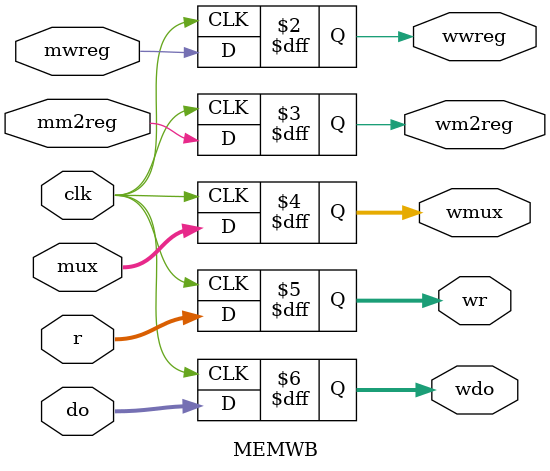
<source format=v>
`timescale 1ns / 1ps

module PC(
    input clk, rst,
    input [31:0] PCaddress,
    output reg [31:0] oldPC
    );
    reg [31:0] newPC;

    always@(posedge clk) begin
        if (rst) begin
            newPC =  PCaddress;
            oldPC = newPC;
        end
        else begin
            newPC = newPC + 4;
            oldPC = newPC;
        end
    end
endmodule

module IFID(
    input clk, 
    input [31:0] do,
    output reg [5:0] op, 
    output reg [5:0] func,
    output reg [4:0] rd, rs, rt,
    output reg [15:0] imm
    );

    always@(posedge clk) begin
        op = do [31:26];
        func = do [5:0];
        rs = do [25:21];
        rt = do [20:16];
        rd = do [15:11];
        imm = do [15:0];
    end
endmodule

module IDEXE(
    input clk,wreg, m2reg, wmem,aluimm,
    input [3:0] aluc,
    input [31:0] qa, qb,
    input [4:0] mux,
    input [31:0] extend,
    output reg ewreg, em2reg, ewmem, ealuimm,
    output reg [3:0] ealuc,
    output reg [31:0] eqa, eqb,
    output reg [4:0] emux,
    output reg [31:0] Extender
    );  

    always@(posedge clk) begin
        ewreg = wreg;
        em2reg = m2reg;
        ewmem = wmem;
        ealuimm = aluimm;
        emux = mux;
        ealuc = aluc;
        eqa = qa;
        eqb = qb;
        Extender = extend;
    end    
endmodule

module InstMem(
    input [31:0] a,
    output [31:0] do
    );

    reg [31:0] Inst_memory[0:127];
    initial begin 
    //initialize the first 10 words of the Data memory with the following HEX values.   
    Inst_memory[100]=32'h8D090000; //lw $t1, 0($t0);
    Inst_memory[104]=32'h8D0A0004; //lw $t2, 4($t0);
    Inst_memory[108]=32'h8D0B0008; //lw $t3, 8($t0);
    Inst_memory[112]=32'h8D0C000C; //lw $t4, 12($t0);
    end
    
    assign do = Inst_memory[a];
    
endmodule

module CtrUnit(
    input [5:0] op, func,
    output reg wreg, m2reg, wmem, aluimm, regrt,
    output reg [3:0] aluc
    );

    always@(op,func) begin
        case(op)
            6'b100011: begin
                aluimm = 1;
                aluc = 4'b0010;
                wreg = 1;
                m2reg = 1;
                wmem = 0;
                regrt = 1;
            end
            default: begin           //ignor this time
                aluc = 4'b0000;
                aluimm = 0;
                wreg = 0;
                m2reg = 0;
                wmem = 0;
                regrt = 1;
            end
        endcase
    end
    
endmodule

module RegFile(
    input  we,
    input [4:0] rs, rt, wn, d,
    output reg [31:0] qa, qb
    );
    reg [31:0] registers [0:127];
    initial begin                   //initiallize register file
        registers[0] = 0;
        registers[1] = 0;
        registers[2] = 0;
        registers[3] = 0;
        registers[4] = 0;
        registers[5] = 0;
        registers[6] = 0;
        registers[7] = 0;  
        registers[8] = 0;
        registers[9] = 0;
        registers[10] = 0;
        registers[11] = 0;
        registers[12] = 0;
        registers[13] = 0;
        registers[14] = 0;
        registers[15] = 0;       
    end
    always@(rs, rt) begin
         qa = registers[rs];   //grab value from register file
         qb = registers[rt];
    end 
endmodule

module Extender(
    input [15:0] imm,
    output reg [31:0] long
    );

    always@(imm) begin
        if(imm[15] == 1) begin
            long[31:16] = 16'hffff;
            long[15:0] = imm;
        end
        else begin
            long[31:16] = 16'h0000;
            long[15:0] = imm;
        end
    end
endmodule

module CtrMux(
    input regrt,
    input [4:0] rd, rt,
    output [4:0] wn
    ); 

 assign wn = regrt?rt:rd;
endmodule

module ALUMux(
    input [31:0] qb,
    input [31:0] imm,
    input ealuimm,
    output [31:0] b
    );
    
    assign b = ealuimm?imm:qb;
endmodule    

module ALU(
    input [31:0] a,
    input [31:0] b,
    input [3:0] aluc,
    output reg [31:0] r
    );
    always@(a, b, aluc) begin
       case(aluc)
            4'b0010: begin
                 r = a + b;
            end
            default: begin           //ignor this time
                 r = 0;
            end
        endcase
    end
endmodule
    
module EXEMEM(
    input clk, ewreg, em2reg, ewmem, 
    input [4:0] mux,
    input [31:0] qb,
    input [31:0] r,
    output reg mwreg, mm2reg, mwmem,
    output reg [4:0] mmux,
    output reg [31:0] mqb,
    output reg [31:0] mr
    );
    
    always@(posedge clk) begin
        mwreg = ewreg;
        mm2reg = em2reg;
        mwmem = ewmem;
        mmux = mux;
        mqb = qb;
        mr = r;
    end
endmodule

module DataMem(
    input [31:0] a,
    input [31:0] di,
    input we,
    output reg [31:0] do
    );
    reg [31:0] Data_memory[0:127];
    initial begin
        Data_memory[0]=32'hA00000AA;
        Data_memory[1]=32'h10000011;
        Data_memory[2]=32'h20000022;
        Data_memory[3]=32'h30000033;
        Data_memory[4]=32'h40000044;
        Data_memory[5]=32'h50000055;
        Data_memory[6]=32'h60000066;
        Data_memory[7]=32'h70000077;
        Data_memory[8]=32'h80000088;
        Data_memory[9]=32'h90000099;
    end
    always@(a, di) begin
        if( we == 0) begin
            do = Data_memory[a];
        end
    end
endmodule

module MEMWB(
    input clk, mwreg, mm2reg,
    input [4:0] mux,
    input [31:0] r, do,
    output reg wwreg, wm2reg,
    output reg [4:0] wmux,
    output reg [31:0] wr, wdo
    );
    always@(posedge clk) begin
        wwreg = mwreg;
        wm2reg = mm2reg;
        wmux = mux;
        wr = r;
        wdo =do;
    end
endmodule    

</source>
